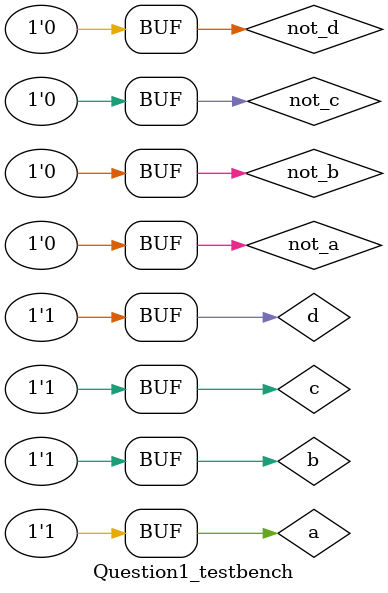
<source format=v>
module Question1_testbench();
	wire out;
	reg a,b,c,d,not_a,not_b,not_c,not_d;

	Question1 question1(out,a,b,c,d,not_a,not_b,not_c,not_d);
	
	initial begin
		$dumpvars(0,Question1_testbench);

		a=0;b=0;c=0;d=0;not_a=1;not_b=1;not_c=1;not_d=1;
		#20;
	
		a=0;b=0;c=0;d=1;not_a=1;not_b=1;not_c=1;not_d=0;
		#20;

		a=0;b=0;c=1;d=0;not_a=1;not_b=1;not_c=0;not_d=1;
		#20;
	
		a=0;b=0;c=1;d=1;not_a=1;not_b=1;not_c=0;not_d=0;
		#20;


		a=0;b=1;c=0;d=0;not_a=1;not_b=0;not_c=1;not_d=1;
		#20;
	
		a=0;b=1;c=0;d=1;not_a=1;not_b=0;not_c=1;not_d=0;
		#20;

		a=0;b=1;c=1;d=0;not_a=1;not_b=0;not_c=0;not_d=1;
		#20;
	
		a=0;b=1;c=1;d=1;not_a=1;not_b=0;not_c=0;not_d=0;
		#20;
		
	

		a=1;b=0;c=0;d=0;not_a=0;not_b=1;not_c=1;not_d=1;
		#20;
	
		a=1;b=0;c=0;d=1;not_a=0;not_b=1;not_c=1;not_d=0;
		#20;

		a=1;b=0;c=1;d=0;not_a=0;not_b=1;not_c=0;not_d=1;
		#20;
	
		a=1;b=0;c=1;d=1;not_a=0;not_b=1;not_c=0;not_d=0;
		#20;


		a=1;b=1;c=0;d=0;not_a=0;not_b=0;not_c=1;not_d=1;
		#20;
	
		a=1;b=1;c=0;d=1;not_a=0;not_b=0;not_c=1;not_d=0;
		#20;

		a=1;b=1;c=1;d=0;not_a=0;not_b=0;not_c=0;not_d=1;
		#20;
	
		a=1;b=1;c=1;d=1;not_a=0;not_b=0;not_c=0;not_d=0;
		#20;
		
		

		


	
		
	end	
endmodule

</source>
